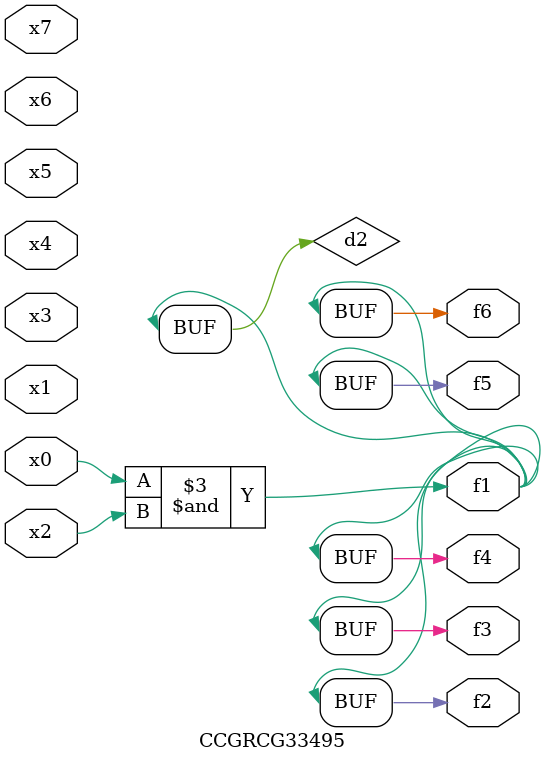
<source format=v>
module CCGRCG33495(
	input x0, x1, x2, x3, x4, x5, x6, x7,
	output f1, f2, f3, f4, f5, f6
);

	wire d1, d2;

	nor (d1, x3, x6);
	and (d2, x0, x2);
	assign f1 = d2;
	assign f2 = d2;
	assign f3 = d2;
	assign f4 = d2;
	assign f5 = d2;
	assign f6 = d2;
endmodule

</source>
